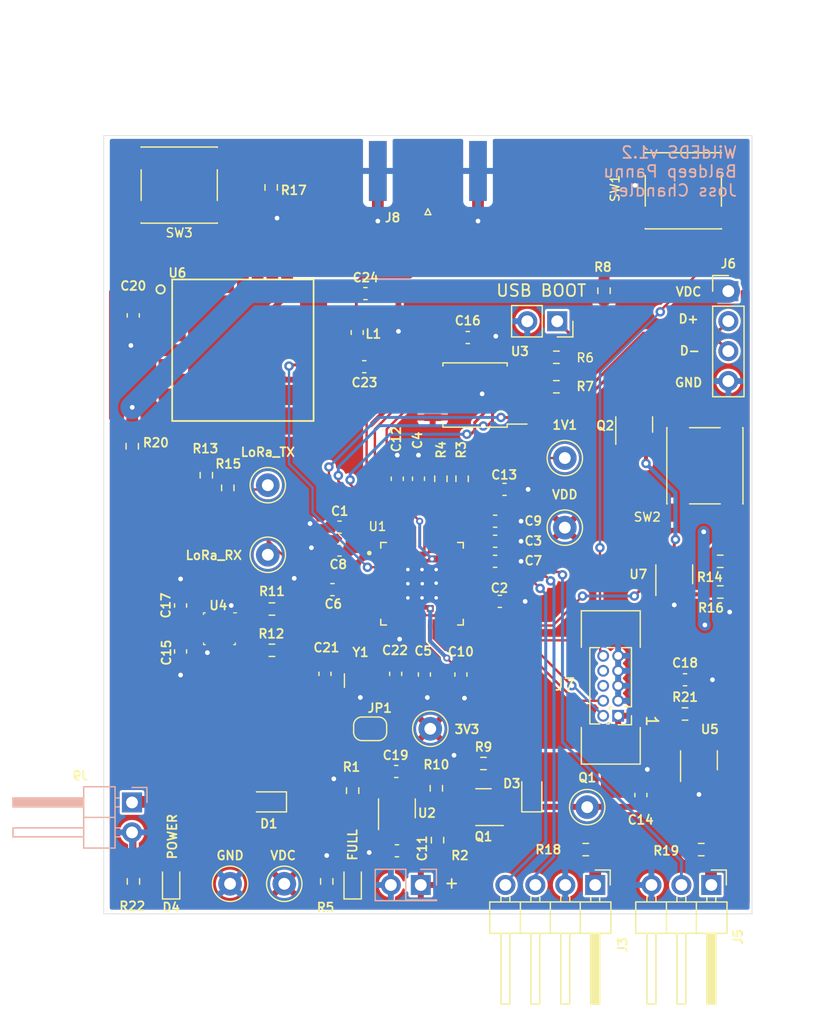
<source format=kicad_pcb>
(kicad_pcb (version 20211014) (generator pcbnew)
  (layers (0 "F.Cu" signal) (31 "B.Cu" signal) (34 "B.Paste" user) (35 "F.Paste" user) (36 "B.SilkS" user "B.Silkscreen") (37 "F.SilkS" user "F.Silkscreen") (38 "B.Mask" user) (39 "F.Mask" user) (44 "Edge.Cuts" user))
  (net 0 "")
  (net 1 "GND")
  (net 2 "+3V3")
  (net 3 "+BATT")
  (net 4 "Net-(C14-Pad1)")
  (net 5 "XIN")
  (net 6 "XOUT")
  (net 7 "Net-(C24-Pad1)")
  (net 8 "Net-(C23-Pad1)")
  (net 9 "VDC")
  (net 10 "SOIL_SIG")
  (net 11 "SCL_SOIL")
  (net 12 "SDA_SOIL")
  (net 13 "RESET")
  (net 14 "SWD_CLK")
  (net 15 "SWD_DIO")
  (net 16 "Net-(Q2-Pad2)")
  (net 18 "QSPI_CSN")
  (net 20 "SDA")
  (net 21 "SCL")
  (net 22 "LORA_TX")
  (net 23 "LORA_RX")
  (net 24 "Net-(D2-Pad1)")
  (net 25 "QSPI_SD1")
  (net 26 "QSPI_SD2")
  (net 27 "QSPI_SD0")
  (net 28 "QSPI_CLK")
  (net 29 "QSPI_SD3")
  (net 30 "DONE")
  (net 31 "VDD")
  (net 32 "Net-(R1-Pad2)")
  (net 33 "+1V1")
  (net 34 "/~{USB_BOOT}")
  (net 35 "USB_DP")
  (net 49 "Net-(J3-Pad1)")
  (net 78 "/D-")
  (net 79 "/D+")
  (net 80 "USB_DN")
  (net 81 "Net-(R17-Pad2)")
  (net 82 "Net-(R15-Pad1)")
  (net 83 "Net-(R14-Pad2)")
  (net 84 "Net-(J5-Pad1)")
  (net 85 "Net-(J6-Pad1)")
  (net 86 "Net-(U2-Pad3)")
  (net 87 "Net-(U2-Pad4)")
  (net 88 "Net-(U5-Pad5)")
  (net 89 "NRST")
  (net 90 "Net-(J9-Pad1)")
  (net 91 "Net-(U2-Pad1)")
  (net 92 "Net-(D4-Pad1)")
  (net 93 "Net-(U6-Pad9)")
  (net 94 "Net-(U6-Pad24)")
  (footprint "Capacitor_SMD:C_0603_1608Metric" (layer "F.Cu") (at 139.83 101.255 180)
    (fp_text reference "C1")
    (fp_text value "1uF")
  )
  (footprint "Capacitor_SMD:C_0603_1608Metric" (layer "F.Cu") (at 153.43 107.555)
    (fp_text reference "C2")
    (fp_text value "100nF")
  )
  (footprint "Capacitor_SMD:C_0603_1608Metric" (layer "F.Cu") (at 153.03 102.455)
    (fp_text reference "C3")
    (fp_text value "100nF")
  )
  (footprint "Capacitor_SMD:C_0603_1608Metric" (layer "F.Cu") (at 146.53 97.155 90)
    (fp_text reference "C4")
    (fp_text value "100nF")
  )
  (footprint "Capacitor_SMD:C_0603_1608Metric" (layer "F.Cu") (at 147.03 113.755 -90)
    (fp_text reference "C5")
    (fp_text value "100nF")
  )
  (footprint "Capacitor_SMD:C_0603_1608Metric" (layer "F.Cu") (at 139.23 106.555 180)
    (fp_text reference "C6")
    (fp_text value "100nF")
  )
  (footprint "Capacitor_SMD:C_0603_1608Metric" (layer "F.Cu") (at 153.03 104.155)
    (fp_text reference "C7")
    (fp_text value "100nF")
  )
  (footprint "Capacitor_SMD:C_0603_1608Metric" (layer "F.Cu") (at 139.825 103.2 180)
    (fp_text reference "C8")
    (fp_text value "100nF")
  )
  (footprint "Capacitor_SMD:C_0603_1608Metric" (layer "F.Cu") (at 144.7 128.7 180)
    (fp_text reference "C11")
    (fp_text value "4.7uF")
  )
  (footprint "Capacitor_SMD:C_0603_1608Metric" (layer "F.Cu") (at 150.13 113.755 -90)
    (fp_text reference "C10")
    (fp_text value "100nF")
  )
  (footprint "Capacitor_SMD:C_0603_1608Metric" (layer "F.Cu") (at 144.73 97.155 90)
    (fp_text reference "C12")
    (fp_text value "100nF")
  )
  (footprint "Capacitor_SMD:C_0603_1608Metric" (layer "F.Cu") (at 153.83 98.055)
    (fp_text reference "C13")
    (fp_text value "1uF")
  )
  (footprint "Capacitor_SMD:C_0603_1608Metric" (layer "F.Cu") (at 165.4 123.975 90)
    (fp_text reference "C14")
    (fp_text value "1uF")
  )
  (footprint "Capacitor_SMD:C_0603_1608Metric" (layer "F.Cu") (at 126.345 111.8 -90)
    (fp_text reference "C15")
    (fp_text value "100nF")
  )
  (footprint "Capacitor_SMD:C_0603_1608Metric" (layer "F.Cu") (at 150.71 85.18)
    (fp_text reference "C16")
    (fp_text value "100nF")
  )
  (footprint "Capacitor_SMD:C_0603_1608Metric" (layer "F.Cu") (at 126.345 107.9 90)
    (fp_text reference "C17")
    (fp_text value "100nF")
  )
  (footprint "Capacitor_SMD:C_0603_1608Metric" (layer "F.Cu") (at 169.145 114.2)
    (fp_text reference "C18")
    (fp_text value "1uF")
  )
  (footprint "Capacitor_SMD:C_0603_1608Metric" (layer "F.Cu") (at 122.33 83.305 -90)
    (fp_text reference "C20")
    (fp_text value "4.7uF")
  )
  (footprint "Capacitor_SMD:C_0603_1608Metric" (layer "F.Cu") (at 138.595 113.7 90)
    (fp_text reference "C21")
    (fp_text value "8pF")
  )
  (footprint "Capacitor_SMD:C_0603_1608Metric" (layer "F.Cu") (at 144.595 113.7 90)
    (fp_text reference "C22")
    (fp_text value "8pF")
  )
  (footprint "Capacitor_SMD:C_0603_1608Metric" (layer "F.Cu") (at 141.93 87.655)
    (fp_text reference "C23")
    (fp_text value "DNP")
  )
  (footprint "Capacitor_SMD:C_0603_1608Metric" (layer "F.Cu") (at 142.03 81.455)
    (fp_text reference "C24")
    (fp_text value "DNP")
  )
  (footprint "Diode_SMD:D_SOD-323" (layer "F.Cu") (at 133.83 124.555 180)
    (fp_text reference "D1")
    (fp_text value "D_Schottky")
  )
  (footprint "LED_SMD:LED_0603_1608Metric" (layer "F.Cu") (at 140.945 131.3 90)
    (fp_text reference "D2" hide)
    (fp_text value "LED")
  )
  (footprint "Diode_SMD:D_SOD-323" (layer "F.Cu") (at 156.145 123.9 90)
    (fp_text reference "D3")
    (fp_text value "D_Schottky")
  )
  (footprint "Connector_PinHeader_2.54mm:PinHeader_1x03_P2.54mm_Horizontal" (layer "F.Cu") (at 171.375 131.6 -90)
    (fp_text reference "J5")
    (fp_text value "Analog Soil Header")
  )
  (footprint "Connector_PinHeader_2.54mm:PinHeader_1x04_P2.54mm_Horizontal" (layer "F.Cu") (at 161.525 131.6 -90)
    (fp_text reference "J3")
    (fp_text value "I2C Soil Header")
  )
  (footprint "Connector_PinHeader_1.27mm:PinHeader_2x05_P1.27mm_Vertical" (layer "F.Cu") (at 163.47 117.25 180)
    (fp_text reference "J7")
    (fp_text value "SWD Header")
  )
  (footprint "Inductor_SMD:L_0603_1608Metric" (layer "F.Cu") (at 141.33 84.755 90)
    (fp_text reference "L1")
    (fp_text value "0H")
  )
  (footprint "Package_TO_SOT_SMD:SOT-23" (layer "F.Cu") (at 152.045 125 180)
    (fp_text reference "Q1")
    (fp_text value "Q_PMOS_DGS")
  )
  (footprint "Package_TO_SOT_SMD:SOT-23" (layer "F.Cu") (at 164.83 92.555 90)
    (fp_text reference "Q2")
    (fp_text value "Q_PMOS_DGS")
  )
  (footprint "Resistor_SMD:R_0603_1608Metric" (layer "F.Cu") (at 140.945 123.6 -90)
    (fp_text reference "R1")
    (fp_text value "2k")
  )
  (footprint "Resistor_SMD:R_0603_1608Metric" (layer "F.Cu") (at 158.23 89.355)
    (fp_text reference "R7")
    (fp_text value "10k")
  )
  (footprint "Resistor_SMD:R_0603_1608Metric" (layer "F.Cu") (at 162.27 81.21 90)
    (fp_text reference "R8")
    (fp_text value "10k")
  )
  (footprint "Resistor_SMD:R_0603_1608Metric" (layer "F.Cu") (at 152.045 121.3 180)
    (fp_text reference "R9")
    (fp_text value "10k")
  )
  (footprint "Resistor_SMD:R_0603_1608Metric" (layer "F.Cu") (at 134.095 108.2)
    (fp_text reference "R11")
    (fp_text value "4.7k")
  )
  (footprint "Resistor_SMD:R_0603_1608Metric" (layer "F.Cu") (at 134.095 111.7)
    (fp_text reference "R12")
    (fp_text value "4.7k")
  )
  (footprint "Resistor_SMD:R_0603_1608Metric" (layer "F.Cu") (at 128.53 96.855 -90)
    (fp_text reference "R13")
    (fp_text value "22")
  )
  (footprint "Resistor_SMD:R_0603_1608Metric" (layer "F.Cu") (at 172.13 104.155 180)
    (fp_text reference "R14")
    (fp_text value "221k")
  )
  (footprint "Resistor_SMD:R_0603_1608Metric" (layer "F.Cu") (at 130.35 97.925 -90)
    (fp_text reference "R15")
    (fp_text value "22")
  )
  (footprint "Resistor_SMD:R_0603_1608Metric" (layer "F.Cu") (at 172.13 106.755 180)
    (fp_text reference "R16")
    (fp_text value "287k")
  )
  (footprint "Resistor_SMD:R_0603_1608Metric" (layer "F.Cu") (at 134.03 72.455 90)
    (fp_text reference "R17")
    (fp_text value "470")
  )
  (footprint "Button_Switch_SMD:SW_Push_1P1T_NO_6x6mm_H9.5mm" (layer "F.Cu") (at 169 72.74 180)
    (fp_text reference "SW1")
    (fp_text value "SW_Push")
  )
  (footprint "Button_Switch_SMD:SW_Push_1P1T_NO_6x6mm_H9.5mm" (layer "F.Cu") (at 170.83 96.055 -90)
    (fp_text reference "SW2")
    (fp_text value "SW_Push")
  )
  (footprint "Button_Switch_SMD:SW_Push_1P1T_NO_6x6mm_H9.5mm" (layer "F.Cu") (at 126.23 72.255 180)
    (fp_text reference "SW3")
    (fp_text value "SW_Push")
  )
  (footprint "54-00125:QFN40P700X700X90-57N" (layer "F.Cu") (at 146.83 106.055)
    (fp_text reference "U1")
    (fp_text value "RP2040")
  )
  (footprint "Package_TO_SOT_SMD:SOT-23-5" (layer "F.Cu") (at 144.7 125.1 90)
    (fp_text reference "U2")
    (fp_text value "MCP73831-2-OT")
  )
  (footprint "Package_SO:SOIC-8_5.23x5.23mm_P1.27mm" (layer "F.Cu") (at 151.33 90.055 180)
    (fp_text reference "U3")
    (fp_text value "W25Q128JVS")
  )
  (footprint "Package_LGA:Bosch_LGA-8_2.5x2.5mm_P0.65mm_ClockwisePinNumbering" (layer "F.Cu") (at 129.645 109.875 -90)
    (fp_text reference "U4")
    (fp_text value "BME280")
  )
  (footprint "LoRa-E5:LoRa-E5" (layer "F.Cu") (at 131.63 86.255)
    (fp_text reference "U6")
    (fp_text value "LoRa-E5")
  )
  (footprint "Package_TO_SOT_SMD:SOT-23-6" (layer "F.Cu") (at 168.23 105.255 90)
    (fp_text reference "U7")
    (fp_text value "TPL5110")
  )
  (footprint "Oscillator:Oscillator_SMD_Abracon_ASDMB-4Pin_2.5x2.0mm" (layer "F.Cu") (at 141.595 113.7)
    (fp_text reference "Y1")
    (fp_text value "Crystal_GND24")
  )
  (footprint "54-00125:SMA_Amphenol_132289_EdgeMount_new" (layer "F.Cu") (at 147.33 71.055 90)
    (fp_text reference "J8")
    (fp_text value "SMA-Conn")
  )
  (footprint "Jumper:SolderJumper-2_P1.3mm_Open_RoundedPad1.0x1.5mm" (layer "F.Cu") (at 142.43 118.355 180)
    (fp_text reference "JP1")
    (fp_text value "Power Isolation")
  )
  (footprint "TestPoint:TestPoint_Loop_D1.80mm_Drill1.0mm_Beaded" (layer "F.Cu") (at 135.145 131.5)
    (fp_text reference "TP3" hide)
    (fp_text value "VDC")
  )
  (footprint "TestPoint:TestPoint_Loop_D1.80mm_Drill1.0mm_Beaded" (layer "F.Cu") (at 147.53 118.355)
    (fp_text reference "TP1" hide)
    (fp_text value "3V3")
  )
  (footprint "TestPoint:TestPoint_Loop_D1.80mm_Drill1.0mm_Beaded" (layer "F.Cu") (at 133.745 97.7)
    (fp_text reference "TP6" hide)
    (fp_text value "LoRa_TX")
  )
  (footprint "TestPoint:TestPoint_Loop_D1.80mm_Drill1.0mm_Beaded" (layer "F.Cu") (at 133.745 103.6)
    (fp_text reference "TP7" hide)
    (fp_text value "LoRa_RX")
  )
  (footprint "Capacitor_SMD:C_0603_1608Metric" (layer "F.Cu") (at 144.645 121.975 180)
    (fp_text reference "C19")
    (fp_text value "4.7uF")
  )
  (footprint "Resistor_SMD:R_0603_1608Metric" (layer "F.Cu") (at 122.345 131.3 90)
    (fp_text reference "R22")
    (fp_text value "470")
  )
  (footprint "Resistor_SMD:R_0603_1608Metric" (layer "F.Cu") (at 169.145 117.1)
    (fp_text reference "R21")
    (fp_text value "0")
  )
  (footprint "TestPoint:TestPoint_Loop_D1.80mm_Drill1.0mm_Beaded" (layer "F.Cu") (at 160.845 125)
    (fp_text reference "TP8" hide)
    (fp_text value "Q1")
  )
  (footprint "TestPoint:TestPoint_Loop_D1.80mm_Drill1.0mm_Beaded" (layer "F.Cu") (at 158.945 101.3)
    (fp_text reference "TP2" hide)
    (fp_text value "VDD")
  )
  (footprint "Connector_PinHeader_2.54mm:PinHeader_1x04_P2.54mm_Vertical" (layer "F.Cu") (at 172.82 81.25)
    (fp_text reference "J6")
    (fp_text value "USB Header")
  )
  (footprint "Resistor_SMD:R_0603_1608Metric" (layer "F.Cu") (at 138.745 131.3 90)
    (fp_text reference "R5")
    (fp_text value "470")
  )
  (footprint "Resistor_SMD:R_0603_1608Metric" (layer "F.Cu") (at 150.23 97.155 90)
    (fp_text reference "R3")
    (fp_text value "27.4")
  )
  (footprint "Package_TO_SOT_SMD:SOT-23-5" (layer "F.Cu") (at 170.325 121.025 90)
    (fp_text reference "U5")
    (fp_text value "XC6210B332MR")
  )
  (footprint "Capacitor_SMD:C_0603_1608Metric" (layer "F.Cu") (at 153.03 100.755 180)
    (fp_text reference "C9")
    (fp_text value "1uF")
  )
  (footprint "LED_SMD:LED_0603_1608Metric" (layer "F.Cu") (at 125.545 131.3 90)
    (fp_text reference "D4")
    (fp_text value "LED")
  )
  (footprint "Resistor_SMD:R_0603_1608Metric" (layer "F.Cu") (at 122.245 94.4 90)
    (fp_text reference "R20")
    (fp_text value "0")
  )
  (footprint "TestPoint:TestPoint_Loop_D1.80mm_Drill1.0mm_Beaded" (layer "F.Cu") (at 130.545 131.5)
    (fp_text reference "TP4" hide)
    (fp_text value "GND")
  )
  (footprint "Resistor_SMD:R_0603_1608Metric" (layer "F.Cu") (at 158.23 86.855)
    (fp_text reference "R6")
    (fp_text value "1k")
  )
  (footprint "Resistor_SMD:R_0603_1608Metric" (layer "F.Cu") (at 160.72 128.6)
    (fp_text reference "R18")
    (fp_text value "0")
  )
  (footprint "Resistor_SMD:R_0603_1608Metric" (layer "F.Cu") (at 148.43 97.155 90)
    (fp_text reference "R4")
    (fp_text value "27.4")
  )
  (footprint "Resistor_SMD:R_0603_1608Metric" (layer "F.Cu") (at 170.52 128.6)
    (fp_text reference "R19")
    (fp_text value "0")
  )
  (footprint "Resistor_SMD:R_0603_1608Metric" (layer "F.Cu") (at 148.045 123.4 -90)
    (fp_text reference "R10")
    (fp_text value "0")
  )
  (footprint "TestPoint:TestPoint_Loop_D1.80mm_Drill1.0mm_Beaded" (layer "F.Cu") (at 158.945 95.4)
    (fp_text reference "TP5" hide)
    (fp_text value "1V1")
  )
  (footprint "Connector_PinSocket_2.54mm:PinSocket_1x02_P2.54mm_Vertical" (layer "F.Cu") (at 158.3 83.8 -90)
    (fp_text reference "J2" hide)
    (fp_text value "USB BOOT")
  )
  (footprint "Resistor_SMD:R_0603_1608Metric" (layer "F.Cu") (at 148.145 127.8 90)
    (fp_text reference "R2")
    (fp_text value "0")
  )
  (footprint "Connector_PinHeader_2.54mm:PinHeader_2x01_P2.54mm_Vertical" (layer "B.Cu") (at 146.725 131.6 180)
    (fp_text reference "J4" hide)
    (fp_text value "LiPo Batt")
  )
  (footprint "Connector_PinHeader_2.54mm:PinHeader_1x02_P2.54mm_Horizontal" (layer "B.Cu") (at 122.225 124.6 180)
    (fp_text reference "J9")
    (fp_text value "Solar Panel Input")
  )
  (gr_line (start 165.345 121.35) (end 165.345 118.25) (layer "F.SilkS") (width 0.12))
  (gr_line (start 165.345 108.35) (end 160.345 108.35) (layer "F.SilkS") (width 0.12))
  (gr_line (start 160.345 118.25) (end 160.345 121.35) (layer "F.SilkS") (width 0.12))
  (gr_line (start 160.345 121.35) (end 165.345 121.35) (layer "F.SilkS") (width 0.12))
  (gr_line (start 165.345 111.45) (end 165.345 108.35) (layer "F.SilkS") (width 0.12))
  (gr_line (start 160.345 108.35) (end 160.345 111.45) (layer "F.SilkS") (width 0.12))
  (gr_line (start 119.83 134.055) (end 119.83 68.055) (layer "Edge.Cuts") (width 0.05))
  (gr_line (start 174.83 134.055) (end 119.83 134.055) (layer "Edge.Cuts") (width 0.05))
  (gr_line (start 119.83 68.055) (end 174.83 68.055) (layer "Edge.Cuts") (width 0.05))
  (gr_line (start 174.83 68.055) (end 174.83 134.055) (layer "Edge.Cuts") (width 0.05))
  (gr_text "WildEDS v1.2\nBaldeep Pannu\nJoss Chandler" (at 173.645 71.1) (layer "B.SilkS") (effects (font (size 1 1)) (justify left mirror)))
  (gr_text "D-" (at 169.545 86.3) (layer "F.SilkS") (effects (font (size 0.75 0.75))))
  (gr_text "VDC" (at 169.445 81.3) (layer "F.SilkS") (effects (font (size 0.75 0.75))))
  (gr_text "+" (at 149.345 131.4) (layer "F.SilkS") (effects (font (size 1 1))))
  (gr_text "POWER" (at 125.645 127.5 90) (layer "F.SilkS") (effects (font (size 0.75 0.75))))
  (gr_text "D+" (at 169.445 83.6) (layer "F.SilkS") (effects (font (size 0.75 0.75))))
  (gr_text "1" (at 166.345 117.7 270) (layer "F.SilkS") (effects (font (size 1 1))))
  (gr_text "FULL" (at 140.945 128.2 90) (layer "F.SilkS") (effects (font (size 0.75 0.75))))
  (gr_text "GND" (at 169.445 89) (layer "F.SilkS") (effects (font (size 0.75 0.75))))
  (segment (start 137.63 101.255) (end 137.33 100.955) (width 0.508) (layer "F.Cu") (net 1))
  (segment (start 135.38 81.554022) (end 135.38 80.255) (width 0.5) (layer "F.Cu") (net 1))
  (segment (start 144.7 127.925) (end 143.925 128.7) (width 0.508) (layer "F.Cu") (net 1))
  (segment (start 144.83 82.055) (end 144.23 81.455) (width 0.5) (layer "F.Cu") (net 1))
  (segment (start 144.7 126.2375) (end 144.7 127.925) (width 0.508) (layer "F.Cu") (net 1))
  (segment (start 168.23 106.555) (end 168.23 107.855) (width 0.5) (layer "F.Cu") (net 1))
  (segment (start 134.245 87.8) (end 134.245 82.689022) (width 0.5) (layer "F.Cu") (net 1))
  (segment (start 136.940756 106.555) (end 138.455 106.555) (width 0.5) (layer "F.Cu") (net 1))
  (segment (start 152.98 85.18) (end 153.09 85.07) (width 0.5) (layer "F.Cu") (net 1))
  (segment (start 130.07 108.9) (end 129.42 109.55) (width 0.35) (layer "F.Cu") (net 1))
  (segment (start 150.13 114.53) (end 150.13 115.455) (width 0.2) (layer "F.Cu") (net 1))
  (segment (start 130.67 108.9) (end 130.07 108.9) (width 0.35) (layer "F.Cu") (net 1))
  (segment (start 150.13 115.455) (end 150.43 115.755) (width 0.2) (layer "F.Cu") (net 1))
  (segment (start 153.73 88.155) (end 154.935 88.155) (width 0.5) (layer "F.Cu") (net 1))
  (segment (start 171.47 114.2) (end 170.02 114.2) (width 0.5) (layer "F.Cu") (net 1))
  (segment (start 135.985378 105.599622) (end 136.940756 106.555) (width 0.5) (layer "F.Cu") (net 1))
  (segment (start 145.83 110.021869) (end 145.83 109.49) (width 0.2) (layer "F.Cu") (net 1))
  (segment (start 144.73 95.155) (end 144.73 96.33) (width 0.35) (layer "F.Cu") (net 1))
  (segment (start 137.63 101.255) (end 139.055 101.255) (width 0.508) (layer "F.Cu") (net 1))
  (segment (start 172.955 106.755) (end 172.955 108.43) (width 0.35) (layer "F.Cu") (net 1))
  (segment (start 126.345 112.575) (end 126.345 113.8) (width 0.35) (layer "F.Cu") (net 1))
  (segment (start 134.53 75.055) (end 134.03 74.555) (width 0.5) (layer "F.Cu") (net 1))
  (segment (start 134.03 74.555) (end 134.03 73.28) (width 0.5) (layer "F.Cu") (net 1))
  (segment (start 143.795 121.9) (end 141.82 121.9) (width 0.508) (layer "F.Cu") (net 1))
  (segment (start 134.245 82.689022) (end 135.38 81.554022) (width 0.5) (layer "F.Cu") (net 1))
  (segment (start 140.87 112.925) (end 142.42 114.475) (width 0.35) (layer "F.Cu") (net 1))
  (segment (start 143.08 71.055) (end 143.08 75.305) (width 1) (layer "F.Cu") (net 1))
  (segment (start 151.93 89.955) (end 153.73 88.155) (width 0.5) (layer "F.Cu") (net 1))
  (segment (start 126.345 107.05) (end 126.345 105.9) (width 0.35) (layer "F.Cu") (net 1))
  (segment (start 147.03 115.455) (end 147.28 115.705) (width 0.25) (layer "F.Cu") (net 1))
  (segment (start 155.23 104.155) (end 153.805 104.155) (width 0.5) (layer "F.Cu") (net 1))
  (segment (start 144.83 84.655) (end 144.83 82.055) (width 0.5) (layer "F.Cu") (net 1))
  (segment (start 150.245 121.3) (end 149.545 120.6) (width 0.508) (layer "F.Cu") (net 1))
  (segment (start 172.955 106.755) (end 172.955 104.155) (width 0.35) (layer "F.Cu") (net 1))
  (segment (start 141.82 121.9) (end 140.945 122.775) (width 0.508) (layer "F.Cu") (net 1))
  (segment (start 137.63 88.755) (end 135.2 88.755) (width 0.5) (layer "F.Cu") (net 1))
  (segment (start 170.325 122.575) (end 170.325 123.925) (width 0.5) (layer "F.Cu") (net 1))
  (segment (start 122.345 127.26) (end 122.225 127.14) (width 0.508) (layer "F.Cu") (net 1))
  (segment (start 122.33 85.655) (end 122.13 85.855) (width 0.5) (layer "F.Cu") (net 1))
  (segment (start 165.4 122.345) (end 165.945 121.8) (width 0.25) (layer "F.Cu") (net 1))
  (segment (start 130.67 107.925) (end 130.645 107.9) (width 0.35) (layer "F.Cu") (net 1))
  (segment (start 143.87 121.975) (end 143.795 121.9) (width 0.508) (layer "F.Cu") (net 1))
  (segment (start 144.93 110.755) (end 145.096869 110.755) (width 0.2) (layer "F.Cu") (net 1))
  (segment (start 140.945 122.775) (end 139.52 122.775) (width 0.508) (layer "F.Cu") (net 1))
  (segment (start 142.42 114.475) (end 142.42 114.875) (width 0.35) (layer "F.Cu") (net 1))
  (segment (start 151.22 121.3) (end 150.245 121.3) (width 0.508) (layer "F.Cu") (net 1))
  (segment (start 135.38 75.905) (end 135.38 80.255) (width 0.5) (layer "F.Cu") (net 1))
  (segment (start 134.53 75.055) (end 135.38 75.905) (width 0.5) (layer "F.Cu") (net 1))
  (segment (start 125.63 83.755) (end 122.655 83.755) (width 0.5) (layer "F.Cu") (net 1))
  (segment (start 145.096869 110.755) (end 145.83 110.021869) (width 0.2) (layer "F.Cu") (net 1))
  (segment (start 144.23 81.455) (end 142.805 81.455) (width 0.5) (layer "F.Cu") (net 1))
  (segment (start 151.485 85.18) (end 152.98 85.18) (width 0.5) (layer "F.Cu") (net 1))
  (segment (start 140.77 112.925) (end 140.87 112.925) (width 0.35) (layer "F.Cu") (net 1))
  (segment (start 147.03 114.53) (end 147.03 115.455) (width 0.25) (layer "F.Cu") (net 1))
  (segment (start 155.23 102.455) (end 153.805 102.455) (width 0.5) (layer "F.Cu") (net 1))
  (segment (start 164.9 70.615) (end 164.9 72.28) (width 0.5) (layer "F.Cu") (net 1))
  (segment (start 137.645 103.2) (end 137.445 103) (width 0.5) (layer "F.Cu") (net 1))
  (segment (start 142.42 114.875) (end 141.595 115.7) (width 0.35) (layer "F.Cu") (net 1))
  (segment (start 143.63 87.655) (end 142.705 87.655) (width 0.5) (layer "F.Cu") (net 1))
  (segment (start 146.53 95.155) (end 146.53 96.38) (width 0.35) (layer "F.Cu") (net 1))
  (segment (start 143.925 128.7) (end 142.494532 128.7) (width 0.5) (layer "F.Cu") (net 1))
  (segment (start 135.2 88.755) (end 134.245 87.8) (width 0.5) (layer "F.Cu") (net 1))
  (segment (start 129.42 109.55) (end 128.62 109.55) (width 0.35) (layer "F.Cu") (net 1))
  (segment (start 154.605 98.055) (end 155.83 98.055) (width 0.5) (layer "F.Cu") (net 1))
  (segment (start 165.4 123.2) (end 165.4 122.345) (width 0.25) (layer "F.Cu") (net 1))
  (segment (start 142.42 114.475) (end 144.595 114.475) (width 0.35) (layer "F.Cu") (net 1))
  (segment (start 154.205 107.555) (end 155.58 107.555) (width 0.2) (layer "F.Cu") (net 1))
  (segment (start 122.345 130.475) (end 122.345 127.26) (width 0.508) (layer "F.Cu") (net 1))
  (segment (start 165.025 70.49) (end 164.9 70.615) (width 0.5) (layer "F.Cu") (net 1))
  (segment (start 140.77 112.925) (end 138.595 112.925) (width 0.35) (layer "F.Cu") (net 1))
  (segment (start 130.67 108.9) (end 130.67 107.925) (width 0.35) (layer "F.Cu") (net 1))
  (segment (start 128.62 110.85) (end 128.62 111.9) (width 0.35) (layer "F.Cu") (net 1))
  (segment (start 153.805 100.755) (end 155.23 100.755) (width 0.508) (layer "F.Cu") (net 1))
  (segment (start 138.745 130.475) (end 138.745 129.1) (width 0.508) (layer "F.Cu") (net 1))
  (segment (start 144.83 86.455) (end 143.63 87.655) (width 0.5) (layer "F.Cu") (net 1))
  (segment (start 172.955 108.43) (end 172.93 108.455) (width 0.35) (layer "F.Cu") (net 1))
  (segment (start 172.975 70.49) (end 165.025 70.49) (width 0.5) (layer "F.Cu") (net 1))
  (segment (start 142.494532 128.7) (end 142.347266 128.847266) (width 0.5) (layer "F.Cu") (net 1))
  (segment (start 122.33 84.08) (end 122.33 85.655) (width 0.5) (layer "F.Cu") (net 1))
  (segment (start 122.655 83.755) (end 122.33 84.08) (width 0.5) (layer "F.Cu") (net 1))
  (segment (start 144.83 84.655) (end 144.83 86.455) (width 0.5) (layer "F.Cu") (net 1))
  (segment (start 139.05 103.2) (end 137.645 103.2) (width 0.5) (layer "F.Cu") (net 1))
  (segment (start 151.58 71.055) (end 151.58 75.305) (width 1) (layer "F.Cu") (net 1))
  (segment (start 139.52 122.775) (end 139.345 122.6) (width 0.508) (layer "F.Cu") (net 1))
  (via (at 143.08 75.305) (size 0.8) (drill 0.4) (layers "F.Cu" "B.Cu") (net 1))
  (via (at 146.8525 106.055) (size 0.6) (drill 0.3) (layers "F.Cu" "B.Cu") (net 1))
  (via (at 148.03 107.255) (size 0.6) (drill 0.3) (layers "F.Cu" "B.Cu") (net 1))
  (via (at 130.645 107.9) (size 0.8) (drill 0.4) (layers "F.Cu" "B.Cu") (net 1))
  (via (at 155.23 100.755) (size 0.8) (drill 0.4) (layers "F.Cu" "B.Cu") (net 1))
  (via (at 144.83 84.655) (size 0.8) (drill 0.4) (layers "F.Cu" "B.Cu") (net 1))
  (via (at 139.345 122.6) (size 0.8) (drill 0.4) (layers "F.Cu" "B.Cu") (net 1))
  (via (at 148.03 106.005) (size 0.6) (drill 0.3) (layers "F.Cu" "B.Cu") (net 1))
  (via (at 126.345 105.65) (size 0.8) (drill 0.4) (layers "F.Cu" "B.Cu") (net 1))
  (via (at 149.545 120.6) (size 0.8) (drill 0.4) (layers "F.Cu" "B.Cu") (net 1))
  (via (at 145.63 104.855) (size 0.6) (drill 0.3) (layers "F.Cu" "B.Cu") (net 1))
  (via (at 146.83 104.855) (size 0.6) (drill 0.3) (layers "F.Cu" "B.Cu") (net 1))
  (via (at 144.93 110.755) (size 0.8) (drill 0.4) (layers "F.Cu" "B.Cu") (net 1))
  (via (at 170.325 123.925) (size 0.8) (drill 0.4) (layers "F.Cu" "B.Cu") (net 1))
  (via (at 155.58 107.555) (size 0.8) (drill 0.4) (layers "F.Cu" "B.Cu") (net 1))
  (via (at 155.23 104.155) (size 0.8) (drill 0.4) (layers "F.Cu" "B.Cu") (net 1))
  (via (at 137.445 103) (size 0.8) (drill 0.4) (layers "F.Cu" "B.Cu") (net 1))
  (via (at 145.63 106.055) (size 0.6) (drill 0.3) (layers "F.Cu" "B.Cu") (net 1))
  (via (at 138.745 129.1) (size 0.8) (drill 0.4) (layers "F.Cu" "B.Cu") (net 1))
  (via (at 172.93 108.455) (size 0.8) (drill 0.4) (layers "F.Cu" "B.Cu") (net 1))
  (via (at 164.9 72.28) (size 0.8) (drill 0.4) (layers "F.Cu" "B.Cu") (net 1))
  (via (at 151.58 75.305) (size 0.8) (drill 0.4) (layers "F.Cu" "B.Cu") (net 1))
  (via (at 151.93 89.955) (size 0.8) (drill 0.4) (layers "F.Cu" "B.Cu") (net 1))
  (via (at 168.23 107.855) (size 0.8) (drill 0.4) (layers "F.Cu" "B.Cu") (net 1))
  (via (at 165.945 121.8) (size 0.8) (drill 0.4) (layers "F.Cu" "B.Cu") (net 1))
  (via (at 141.595 115.7) (size 0.8) (drill 0.4) (layers "F.Cu" "B.Cu") (net 1))
  (via (at 155.23 102.455) (size 0.8) (drill 0.4) (layers "F.Cu" "B.Cu") (net 1))
  (via (at 135.985378 105.599622) (size 0.8) (drill 0.4) (layers "F.Cu" "B.Cu") (net 1))
  (via (at 134.53 75.055) (size 0.8) (drill 0.4) (layers "F.Cu" "B.Cu") (net 1))
  (via (at 147.28 115.705) (size 0.8) (drill 0.4) (layers "F.Cu" "B.Cu") (net 1))
  (via (at 126.345 113.8) (size 0.8) (drill 0.4) (layers "F.Cu" "B.Cu") (net 1))
  (via (at 155.83 98.055) (size 0.8) (drill 0.4) (layers "F.Cu" "B.Cu") (net 1))
  (via (at 153.09 85.07) (size 0.8) (drill 0.4) (layers "F.Cu" "B.Cu") (net 1))
  (via (at 137.33 100.955) (size 0.8) (drill 0.4) (layers "F.Cu" "B.Cu") (net 1))
  (via (at 144.73 95.155) (size 0.8) (drill 0.4) (layers "F.Cu" "B.Cu") (net 1))
  (via (at 146.83 107.255) (size 0.6) (drill 0.3) (layers "F.Cu" "B.Cu") (net 1))
  (via (at 142.347266 128.847266) (size 0.8) (drill 0.4) (layers "F.Cu" "B.Cu") (net 1))
  (via (at 128.62 111.9) (size 0.8) (drill 0.4) (layers "F.Cu" "B.Cu") (net 1))
  (via (at 148.03 104.855) (size 0.6) (drill 0.3) (layers "F.Cu" "B.Cu") (net 1))
  (via (at 145.63 107.255) (size 0.6) (drill 0.3) (layers "F.Cu" "B.Cu") (net 1))
  (via (at 171.47 114.2) (size 0.8) (drill 0.4) (layers "F.Cu" "B.Cu") (net 1))
  (via (at 122.13 85.855) (size 0.8) (drill 0.4) (layers "F.Cu" "B.Cu") (net 1))
  (via (at 150.43 115.755) (size 0.8) (drill 0.4) (layers "F.Cu" "B.Cu") (net 1))
  (via (at 146.53 95.155) (size 0.8) (drill 0.4) (layers "F.Cu" "B.Cu") (net 1))
  (segment (start 147.63 118.455) (end 147.53 118.355) (width 0.508) (layer "F.Cu") (net 2))
  (segment (start 169.375 122.1625) (end 169.375 121.45) (width 0.5) (layer "F.Cu") (net 4))
  (segment (start 167.325 124.975) (end 169.375 122.925) (width 0.508) (layer "F.Cu") (net 4))
  (segment (start 171.275 121.475) (end 171.275 122.1625) (width 0.5) (layer "F.Cu") (net 4))
  (segment (start 170.85048 121.05048) (end 171.275 121.475) (width 0.5) (layer "F.Cu") (net 4))
  (segment (start 169.375 121.45) (end 169.77452 121.05048) (width 0.5) (layer "F.Cu") (net 4))
  (segment (start 169.77452 121.05048) (end 170.85048 121.05048) (width 0.5) (layer "F.Cu") (net 4))
  (segment (start 169.375 122.925) (end 169.375 122.1625) (width 0.508) (layer "F.Cu") (net 4))
  (segment (start 151.1075 125) (end 151.1325 124.975) (width 0.508) (layer "F.Cu") (net 4))
  (segment (start 151.1325 124.975) (end 167.325 124.975) (width 0.508) (layer "F.Cu") (net 4))
  (segment (start 146.23 109.49) (end 146.23 110.691002) (width 0.2) (layer "F.Cu") (net 5))
  (segment (start 137.595 112.454109) (end 137.595 113.95) (width 0.2) (layer "F.Cu") (net 5))
  (segment (start 138.12 114.475) (end 138.595 114.475) (width 0.2) (layer "F.Cu") (net 5))
  (segment (start 146.23 110.691002) (end 145.121002 111.8) (width 0.2) (layer "F.Cu") (net 5))
  (segment (start 140.77 114.475) (end 138.595 114.475) (width 0.25) (layer "F.Cu") (net 5))
  (segment (start 137.595 113.95) (end 138.12 114.475) (width 0.2) (layer "F.Cu") (net 5))
  (segment (start 145.121002 111.8) (end 138.249109 111.8) (width 0.2) (layer "F.Cu") (net 5))
  (segment (start 138.249109 111.8) (end 137.595 112.454109) (width 0.2) (layer "F.Cu") (net 5))
  (segment (start 146.63 109.49) (end 146.63 110.856701) (width 0.2) (layer "F.Cu") (net 6))
  (segment (start 142.42 112.925) (end 144.595 112.925) (width 0.35) (layer "F.Cu") (net 6))
  (segment (start 146.63 110.856701) (end 144.955 112.531701) (width 0.2) (layer "F.Cu") (net 6))
  (segment (start 141.255 80.53) (end 141.255 81.455) (width 0.25) (layer "F.Cu") (net 7))
  (segment (start 141.73 80.055) (end 141.255 80.53) (width 0.25) (layer "F.Cu") (net 7))
  (segment (start 145.83 80.03) (end 145.805 80.055) (width 0.25) (layer "F.Cu") (net 7))
  (segment (start 145.805 80.055) (end 141.73 80.055) (width 0.25) (layer "F.Cu") (net 7))
  (segment (start 145.855 80.03) (end 145.83 80.03) (width 0.25) (layer "F.Cu") (net 7))
  (segment (start 141.255 83.8925) (end 141.33 83.9675) (width 0.25) (layer "F.Cu") (net 7))
  (segment (start 141.255 81.455) (end 141.255 83.8925) (width 0.25) (layer "F.Cu") (net 7))
  (segment (start 147.33 78.555) (end 145.855 80.03) (width 0.25) (layer "F.Cu") (net 7))
  (segment (start 147.33 71.055) (end 147.33 78.555) (width 0.25) (layer "F.Cu") (net 7))
  (segment (start 141.155 88.73) (end 139.88 90.005) (width 0.25) (layer "F.Cu") (net 8))
  (segment (start 141.33 85.5425) (end 141.33 87.48) (width 0.25) (layer "F.Cu") (net 8))
  (segment (start 141.155 87.655) (end 141.155 88.73) (width 0.25) (layer "F.Cu") (net 8))
  (segment (start 141.33 87.48) (end 141.155 87.655) (width 0.25) (layer "F.Cu") (net 8))
  (segment (start 139.88 90.005) (end 137.63 90.005) (width 0.25) (layer "F.Cu") (net 8))
  (segment (start 158.505 105.055) (end 150.265 105.055) (width 0.2) (layer "F.Cu") (net 10))
  (segment (start 158.75 105.3) (end 158.505 105.055) (width 0.2) (layer "F.Cu") (net 10))
  (via (at 158.75 105.3) (size 0.8) (drill 0.4) (layers "F.Cu" "B.Cu") (net 10))
  (segment (start 158.75 105.3) (end 158.745 105.305) (width 0.25) (layer "B.Cu") (net 10))
  (segment (start 158.745 119.495) (end 168.835 129.585) (width 0.25) (layer "B.Cu") (net 10))
  (segment (start 158.745 105.305) (end 158.745 119.495) (width 0.25) (layer "B.Cu") (net 10))
  (segment (start 168.835 129.585) (end 168.835 131.6) (width 0.25) (layer "B.Cu") (net 10))
  (segment (start 157.380016 105.455) (end 150.265 105.455) (width 0.2) (layer "F.Cu") (net 11))
  (segment (start 157.737508 105.812492) (end 157.380016 105.455) (width 0.2) (layer "F.Cu") (net 11))
  (via (at 157.737508 105.812492) (size 0.8) (drill 0.4) (layers "F.Cu" "B.Cu") (net 11))
  (segment (start 158.025 106.099984) (end 158.025 129.195) (width 0.25) (layer "B.Cu") (net 11))
  (segment (start 157.737508 105.812492) (end 158.025 106.099984) (width 0.25) (layer "B.Cu") (net 11))
  (segment (start 156.445 130.775) (end 156.445 131.6) (width 0.25) (layer "B.Cu") (net 11))
  (segment (start 158.025 129.195) (end 156.445 130.775) (width 0.25) (layer "B.Cu") (net 11))
  (segment (start 156.255 105.855) (end 150.265 105.855) (width 0.2) (layer "F.Cu") (net 12))
  (segment (start 156.85 106.45) (end 156.255 105.855) (width 0.2) (layer "F.Cu") (net 12))
  (via (at 156.85 106.45) (size 0.8) (drill 0.4) (layers "F.Cu" "B.Cu") (net 12))
  (segment (start 157.325 127.965) (end 153.905 131.385) (width 0.25) (layer "B.Cu") (net 12))
  (segment (start 153.905 131.385) (end 153.905 131.6) (width 0.25) (layer "B.Cu") (net 12))
  (segment (start 156.85 106.45) (end 157.325 106.925) (width 0.25) (layer "B.Cu") (net 12))
  (segment (start 157.325 106.925) (end 157.325 127.965) (width 0.25) (layer "B.Cu") (net 12))
  (segment (start 170.3 79.66) (end 167.045 82.915) (width 0.2) (layer "F.Cu") (net 13))
  (segment (start 161.945 109.28) (end 161.945 111.915) (width 0.2) (layer "F.Cu") (net 13))
  (segment (start 148.63 109.49) (end 148.63 110.355) (width 0.2) (layer "F.Cu") (net 13))
  (segment (start 148.63 110.355) (end 149.13 110.855) (width 0.2) (layer "F.Cu") (net 13))
  (segment (start 161.925 109.26) (end 160.33 110.855) (width 0.2) (layer "F.Cu") (net 13))
  (segment (start 172.975 74.99) (end 165.025 74.99) (width 0.25) (layer "F.Cu") (net 13))
  (segment (start 161.945 111.915) (end 162.2 112.17) (width 0.2) (layer "F.Cu") (net 13))
  (segment (start 165.025 74.99) (end 165.025 77.63) (width 0.25) (layer "F.Cu") (net 13))
  (segment (start 149.13 110.855) (end 160.37 110.855) (width 0.2) (layer "F.Cu") (net 13))
  (segment (start 172.975 74.99) (end 172.975 76.985) (width 0.25) (layer "F.Cu") (net 13))
  (segment (start 167.045 82.915) (end 167.045 83) (width 0.2) (layer "F.Cu") (net 13))
  (segment (start 165.025 77.63) (end 162.27 80.385) (width 0.25) (layer "F.Cu") (net 13))
  (segment (start 172.975 76.985) (end 170.3 79.66) (width 0.25) (layer "F.Cu") (net 13))
  (segment (start 161.925 109.26) (end 161.945 109.28) (width 0.2) (layer "F.Cu") (net 13))
  (segment (start 161.925 103) (end 161.925 109.26) (width 0.2) (layer "F.Cu") (net 13))
  (via (at 161.925 103) (size 0.8) (drill 0.4) (layers "F.Cu" "B.Cu") (net 13))
  (via (at 167.045 83) (size 0.8) (drill 0.4) (layers "F.Cu" "B.Cu") (net 13))
  (segment (start 161.925 88.12) (end 167.045 83) (width 0.2) (layer "B.Cu") (net 13))
  (segment (start 161.925 103) (end 161.925 88.12) (width 0.2) (layer "B.Cu") (net 13))
  (segment (start 159.835755 115.98) (end 162.2 115.98) (width 0.2) (layer "F.Cu") (net 14))
  (segment (start 147.83 110.685012) (end 148.799028 111.65404) (width 0.2) (layer "F.Cu") (net 14))
  (segment (start 155.509795 111.65404) (end 159.835755 115.98) (width 0.2) (layer "F.Cu") (net 14))
  (segment (start 148.799028 111.65404) (end 155.509795 111.65404) (width 0.2) (layer "F.Cu") (net 14))
  (segment (start 147.83 109.49) (end 147.83 110.685012) (width 0.2) (layer "F.Cu") (net 14))
  (segment (start 156.09952 111.25452) (end 159.545 114.7) (width 0.2) (layer "F.Cu") (net 15))
  (segment (start 148.964514 111.25452) (end 156.09952 111.25452) (width 0.2) (layer "F.Cu") (net 15))
  (segment (start 148.23 110.520006) (end 148.964514 111.25452) (width 0.2) (layer "F.Cu") (net 15))
  (segment (start 148.23 109.49) (end 148.23 110.520006) (width 0.2) (layer "F.Cu") (net 15))
  (via (at 159.545 114.7) (size 0.8) (drill 0.4) (layers "F.Cu" "B.Cu") (net 15))
  (segment (start 162.2 117.25) (end 159.65 114.7) (width 0.2) (layer "B.Cu") (net 15))
  (segment (start 159.65 114.7) (end 159.545 114.7) (width 0.2) (layer "B.Cu") (net 15))
  (segment (start 168.23 102.405) (end 168.23 104.155) (width 0.25) (layer "F.Cu") (net 16))
  (segment (start 165.83 95.855) (end 165.83 93.605) (width 0.35) (layer "F.Cu") (net 16))
  (segment (start 165.83 93.605) (end 165.78 93.555) (width 0.35) (layer "F.Cu") (net 16))
  (segment (start 168.33 102.305) (end 168.23 102.405) (width 0.25) (layer "F.Cu") (net 16))
  (via (at 168.33 102.305) (size 0.8) (drill 0.4) (layers "F.Cu" "B.Cu") (net 16))
  (via (at 165.83 95.855) (size 0.8) (drill 0.4) (layers "F.Cu" "B.Cu") (net 16))
  (segment (start 168.33 98.355) (end 165.83 95.855) (width 0.35) (layer "B.Cu") (net 16))
  (segment (start 168.33 102.305) (end 168.33 98.355) (width 0.35) (layer "B.Cu") (net 16))
  (segment (start 153.535 91.96) (end 156.225 91.96) (width 0.25) (layer "F.Cu") (net 18))
  (segment (start 138.93 96.155) (end 138.93 97.265) (width 0.2) (layer "F.Cu") (net 18))
  (segment (start 156.225 91.96) (end 157.405 90.78) (width 0.25) (layer "F.Cu") (net 18))
  (segment (start 157.405 90.78) (end 157.405 89.355) (width 0.25) (layer "F.Cu") (net 18))
  (segment (start 138.93 97.265) (end 144.23 102.565) (width 0.2) (layer "F.Cu") (net 18))
  (segment (start 153.53 91.955) (end 153.535 91.96) (width 0.25) (layer "F.Cu") (net 18))
  (segment (start 157.405 89.355) (end 157.405 86.855) (width 0.25) (layer "F.Cu") (net 18))
  (segment (start 144.23 102.565) (end 144.23 102.62) (width 0.2) (layer "F.Cu") (net 18))
  (via (at 153.53 91.955) (size 0.8) (drill 0.4) (layers "F.Cu" "B.Cu") (net 18))
  (via (at 138.93 96.155) (size 0.8) (drill 0.4) (layers "F.Cu" "B.Cu") (net 18))
  (segment (start 143.13 91.955) (end 138.93 96.155) (width 0.25) (layer "B.Cu") (net 18))
  (segment (start 153.53 91.955) (end 143.13 91.955) (width 0.25) (layer "B.Cu") (net 18))
  (segment (start 134.92 108.2) (end 140.375 108.2) (width 0.25) (layer "F.Cu") (net 20))
  (segment (start 143.395 107.455) (end 142.43 107.455) (width 0.2) (layer "F.Cu") (net 20))
  (segment (start 141.685 108.2) (end 140.345 108.2) (width 0.2) (layer "F.Cu") (net 20))
  (segment (start 130.67 110.2) (end 132.92 110.2) (width 0.35) (layer "F.Cu") (net 20))
  (segment (start 132.92 110.2) (end 134.92 108.2) (width 0.35) (layer "F.Cu") (net 20))
  (segment (start 142.43 107.455) (end 141.685 108.2) (width 0.2) (layer "F.Cu") (net 20))
  (segment (start 134.92 111.7) (end 136.345 111.7) (width 0.25) (layer "F.Cu") (net 21))
  (segment (start 136.345 111.7) (end 139.095 108.95) (width 0.25) (layer "F.Cu") (net 21))
  (segment (start 130.67 110.85) (end 130.67048 110.85048) (width 0.35) (layer "F.Cu") (net 21))
  (segment (start 134.07048 110.85048) (end 134.92 111.7) (width 0.35) (layer "F.Cu") (net 21))
  (segment (start 143.395 107.855) (end 142.63 107.855) (width 0.2) (layer "F.Cu") (net 21))
  (segment (start 139.095 108.95) (end 141.595 108.95) (width 0.25) (layer "F.Cu") (net 21))
  (segment (start 130.67048 110.85048) (end 134.07048 110.85048) (width 0.35) (layer "F.Cu") (net 21))
  (segment (start 142.63 107.855) (end 141.53 108.955) (width 0.2) (layer "F.Cu") (net 21))
  (segment (start 140.863176 105.055) (end 141.263176 105.455) (width 0.2) (layer "F.Cu") (net 22))
  (segment (start 133.38 98.065) (end 133.745 97.7) (width 0.2) (layer "F.Cu") (net 22))
  (segment (start 130.705 97.855) (end 137.905 105.055) (width 0.2) (layer "F.Cu") (net 22))
  (segment (start 130.89 98.065) (end 133.38 98.065) (width 0.2) (layer "F.Cu") (net 22))
  (segment (start 128.53 97.68) (end 128.705 97.855) (width 0.2) (layer "F.Cu") (net 22))
  (segment (start 128.705 97.855) (end 130.705 97.855) (width 0.2) (layer "F.Cu") (net 22))
  (segment (start 141.263176 105.455) (end 143.395 105.455) (width 0.2) (layer "F.Cu") (net 22))
  (segment (start 137.905 105.055) (end 140.863176 105.055) (width 0.2) (layer "F.Cu") (net 22))
  (segment (start 131.05 98.225) (end 130.89 98.065) (width 0.2) (layer "F.Cu") (net 22))
  (segment (start 133.745 102.37) (end 133.745 103.6) (width 0.2) (layer "F.Cu") (net 23))
  (segment (start 130.35 98.975) (end 130.35 98.75) (width 0.2) (layer "F.Cu") (net 23))
  (segment (start 143.395 105.855) (end 141.097478 105.855) (width 0.2) (layer "F.Cu") (net 23))
  (segment (start 133.08 101.705) (end 133.745 102.37) (width 0.2) (layer "F.Cu") (net 23))
  (segment (start 140.697478 105.455) (end 136.83 105.455) (width 0.2) (layer "F.Cu") (net 23))
  (segment (start 141.097478 105.855) (end 140.697478 105.455) (width 0.2) (layer "F.Cu") (net 23))
  (segment (start 136.83 105.455) (end 133.08 101.705) (width 0.2) (layer "F.Cu") (net 23))
  (segment (start 133.08 101.705) (end 130.35 98.975) (width 0.2) (layer "F.Cu") (net 23))
  (segment (start 140.945 132.0875) (end 138.7825 132.0875) (width 0.508) (layer "F.Cu") (net 24))
  (segment (start 138.7825 132.0875) (end 138.745 132.125) (width 0.508) (layer "F.Cu") (net 24))
  (segment (start 153.770386 90.69) (end 154.93 90.69) (width 0.25) (layer "F.Cu") (net 25))
  (segment (start 152.03 92.6795) (end 152.381092 92.6795) (width 0.25) (layer "F.Cu") (net 25))
  (segment (start 144.63 102.088131) (end 144.63 102.62) (width 0.2) (layer "F.Cu") (net 25))
  (segment (start 144.27548 101.90048) (end 144.442349 101.90048) (width 0.2) (layer "F.Cu") (net 25))
  (segment (start 152.381092 92.6795) (end 152.805489 92.255103) (width 0.25) (layer "F.Cu") (net 25))
  (segment (start 139.73 97.355) (end 144.27548 101.90048) (width 0.2) (layer "F.Cu") (net 25))
  (segment (start 144.442349 101.90048) (end 144.63 102.088131) (width 0.2) (layer "F.Cu") (net 25))
  (segment (start 139.73 96.8795) (end 139.73 97.355) (width 0.2) (layer "F.Cu") (net 25))
  (segment (start 152.805489 91.654897) (end 153.770386 90.69) (width 0.25) (layer "F.Cu") (net 25))
  (segment (start 152.805489 92.255103) (end 152.805489 91.654897) (width 0.25) (layer "F.Cu") (net 25))
  (via (at 152.03 92.6795) (size 0.8) (drill 0.4) (layers "F.Cu" "B.Cu") (net 25))
  (via (at 139.73 96.8795) (size 0.8) (drill 0.4) (layers "F.Cu" "B.Cu") (net 25))
  (segment (start 139.73 96.155) (end 139.73 96.8795) (width 0.25) (layer "B.Cu") (net 25))
  (segment (start 143.23 92.655) (end 139.73 96.155) (width 0.25) (layer "B.Cu") (net 25))
  (segment (start 152.0055 92.655) (end 143.23 92.655) (width 0.25) (layer "B.Cu") (net 25))
  (segment (start 152.03 92.6795) (end 152.0055 92.655) (width 0.25) (layer "B.Cu") (net 25))
  (segment (start 151.305489 92.379397) (end 154.264886 89.42) (width 0.25) (layer "F.Cu") (net 26))
  (segment (start 140.73 97.623125) (end 145.03 101.923125) (width 0.2) (layer "F.Cu") (net 26))
  (segment (start 150.63 93.3795) (end 150.9705 93.3795) (width 0.25) (layer "F.Cu") (net 26))
  (segment (start 154.264886 89.42) (end 154.93 89.42) (width 0.25) (layer "F.Cu") (net 26))
  (segment (start 140.73 97.255) (end 140.73 97.623125) (width 0.2) (layer "F.Cu") (net 26))
  (segment (start 145.03 101.923125) (end 145.03 102.62) (width 0.2) (layer "F.Cu") (net 26))
  (segment (start 151.305489 93.044511) (end 151.305489 92.379397) (width 0.25) (layer "F.Cu") (net 26))
  (segment (start 150.9705 93.3795) (end 151.305489 93.044511) (width 0.25) (layer "F.Cu") (net 26))
  (via (at 140.73 97.255) (size 0.8) (drill 0.4) (layers "F.Cu" "B.Cu") (net 26))
  (via (at 150.63 93.3795) (size 0.8) (drill 0.4) (layers "F.Cu" "B.Cu") (net 26))
  (segment (start 150.63 93.3795) (end 144.1055 93.3795) (width 0.25) (layer "B.Cu") (net 26))
  (segment (start 144.1055 93.3795) (end 140.73 96.755) (width 0.25) (layer "B.Cu") (net 26))
  (segment (start 140.73 96.755) (end 140.73 97.255) (width 0.25) (layer "B.Cu") (net 26))
  (segment (start 146.235 88.15) (end 147.73 88.15) (width 0.2) (layer "F.Cu") (net 27))
  (segment (start 142.13 92.255) (end 146.235 88.15) (width 0.2) (layer "F.Cu") (net 27))
  (segment (start 142.13 98.458119) (end 142.13 92.255) (width 0.2) (layer "F.Cu") (net 27))
  (segment (start 145.43 102.62) (end 145.43 101.758119) (width 0.2) (layer "F.Cu") (net 27))
  (segment (start 145.43 101.758119) (end 142.13 98.458119) (width 0.2) (layer "F.Cu") (net 27))
  (segment (start 146.365 89.42) (end 142.83 92.955) (width 0.2) (layer "F.Cu") (net 28))
  (segment (start 145.83 102.866075) (end 145.83 101.583924) (width 0.2) (layer "F.Cu") (net 28))
  (segment (start 147.73 89.42) (end 146.365 89.42) (width 0.2) (layer "F.Cu") (net 28))
  (segment (start 142.83 92.955) (end 142.83 98.545) (width 0.2) (layer "F.Cu") (net 28))
  (segment (start 142.83 98.545) (end 145.83 101.545) (width 0.2) (layer "F.Cu") (net 28))
  (segment (start 146.23 102.93) (end 146.23 101.265) (width 0.2) (layer "F.Cu") (net 29))
  (segment (start 146.095 90.69) (end 143.83 92.955) (width 0.2) (layer "F.Cu") (net 29))
  (segment (start 143.83 92.955) (end 143.83 98.875) (width 0.2) (layer "F.Cu") (net 29))
  (segment (start 143.83 98.875) (end 146.23 101.275) (width 0.2) (layer "F.Cu") (net 29))
  (segment (start 147.73 90.69) (end 146.095 90.69) (width 0.2) (layer "F.Cu") (net 29))
  (segment (start 169.18 104.709022) (end 168.634022 105.255) (width 0.25) (layer "F.Cu") (net 30))
  (segment (start 166.69 105.255) (end 164.845 107.1) (width 0.25) (layer "F.Cu") (net 30))
  (segment (start 150.265 108.655) (end 151.21 109.6) (width 0.2) (layer "F.Cu") (net 30))
  (segment (start 157.945 109.6) (end 160.445 107.1) (width 0.2) (layer "F.Cu") (net 30))
  (segment (start 169.18 104.155) (end 169.18 104.709022) (width 0.25) (layer "F.Cu") (net 30))
  (segment (start 168.634022 105.255) (end 166.69 105.255) (width 0.25) (layer "F.Cu") (net 30))
  (segment (start 151.21 109.6) (end 157.945 109.6) (width 0.2) (layer "F.Cu") (net 30))
  (via (at 160.445 107.1) (size 0.8) (drill 0.4) (layers "F.Cu" "B.Cu") (net 30))
  (via (at 164.845 107.1) (size 0.8) (drill 0.4) (layers "F.Cu" "B.Cu") (net 30))
  (segment (start 160.445 107.1) (end 164.845 107.1) (width 0.25) (layer "B.Cu") (net 30))
  (segment (start 143.395 107.055) (end 144.23 107.055) (width 0.2) (layer "F.Cu") (net 31))
  (segment (start 147.43 103.355) (end 147.23 103.555) (width 0.2) (layer "F.Cu") (net 31))
  (segment (start 149.43 103.455) (end 149.43 102.62) (width 0.2) (layer "F.Cu") (net 31))
  (segment (start 147.03 103.355) (end 146.83 103.555) (width 0.2) (layer "F.Cu") (net 31))
  (segment (start 149.03 103.455) (end 149.13 103.555) (width 0.2) (layer "F.Cu") (net 31))
  (segment (start 143.395 103.455) (end 144.33 103.455) (width 0.2) (layer "F.Cu") (net 31))
  (segment (start 147.03 102.62) (end 147.03 103.355) (width 0.2) (layer "F.Cu") (net 31))
  (segment (start 150.265 103.455) (end 149.43 103.455) (width 0.2) (layer "F.Cu") (net 31))
  (segment (start 147.73 91.96) (end 148.625 91.96) (width 0.5) (layer "F.Cu") (net 31))
  (segment (start 149.03 102.62) (end 149.03 103.455) (width 0.2) (layer "F.Cu") (net 31))
  (segment (start 147.43 102.62) (end 147.43 103.355) (width 0.2) (layer "F.Cu") (net 31))
  (segment (start 122.48 82.53) (end 122.33 82.53) (width 0.5) (layer "F.Cu") (net 31))
  (segment (start 122.505 82.505) (end 122.48 82.53) (width 0.5) (layer "F.Cu") (net 31))
  (segment (start 144.23 107.055) (end 144.33 107.155) (width 0.2) (layer "F.Cu") (net 31))
  (via (at 170.73 101.655) (size 0.8) (drill 0.4) (layers "F.Cu" "B.Cu") (net 31))
  (via (at 170.83 109.555) (size 0.8) (drill 0.4) (layers "F.Cu" "B.Cu") (net 31))
  (segment (start 170.73 101.655) (end 170.73 109.455) (width 1) (layer "B.Cu") (net 31))
  (segment (start 170.73 109.455) (end 170.83 109.555) (width 1) (layer "B.Cu") (net 31))
  (segment (start 143.2875 124.425) (end 143.75 123.9625) (width 0.508) (layer "F.Cu") (net 32))
  (segment (start 140.945 124.425) (end 143.2875 124.425) (width 0.508) (layer "F.Cu") (net 32))
  (segment (start 148.63 102.62) (end 148.63 101.939994) (width 0.2) (layer "F.Cu") (net 33))
  (segment (start 147.43 110.855) (end 149.555 112.98) (width 0.2) (layer "F.Cu") (net 33))
  (segment (start 144.73 97.93) (end 144.73 98.855) (width 0.2) (layer "F.Cu") (net 33))
  (segment (start 146.63 102.62) (end 146.63 100.755) (width 0.2) (layer "F.Cu") (net 33))
  (segment (start 144.73 98.855) (end 146.63 100.755) (width 0.2) (layer "F.Cu") (net 33))
  (segment (start 148.63 101.939994) (end 152.514994 98.055) (width 0.2) (layer "F.Cu") (net 33))
  (segment (start 149.555 112.98) (end 150.13 112.98) (width 0.2) (layer "F.Cu") (net 33))
  (segment (start 147.43 109.49) (end 147.43 110.855) (width 0.2) (layer "F.Cu") (net 33))
  (segment (start 148.63 102.62) (end 148.63 103.655) (width 0.2) (layer "F.Cu") (net 33))
  (segment (start 152.514994 98.055) (end 153.055 98.055) (width 0.2) (layer "F.Cu") (net 33))
  (segment (start 153.055 98.055) (end 155.71 95.4) (width 0.2) (layer "F.Cu") (net 33))
  (segment (start 155.71 95.4) (end 158.945 95.4) (width 0.2) (layer "F.Cu") (net 33))
  (via (at 147.53 108.155) (size 0.6) (drill 0.3) (layers "F.Cu" "B.Cu") (net 33))
  (via (at 148.93 112.355) (size 0.6) (drill 0.3) (layers "F.Cu" "B.Cu") (net 33))
  (via (at 146.63 100.755) (size 0.6) (drill 0.3) (layers "F.Cu" "B.Cu") (net 33))
  (via (at 147.68 103.955) (size 0.6) (drill 0.3) (layers "F.Cu" "B.Cu") (net 33))
  (segment (start 146.63 102.905) (end 146.63 100.755) (width 0.25) (layer "B.Cu") (net 33))
  (segment (start 147.53 108.155) (end 147.53 110.955) (width 0.35) (layer "B.Cu") (net 33))
  (segment (start 147.53 110.955) (end 148.93 112.355) (width 0.35) (layer "B.Cu") (net 33))
  (segment (start 147.68 103.955) (end 146.63 102.905) (width 0.25) (layer "B.Cu") (net 33))
  (segment (start 158.3 83.8) (end 160.03 85.53) (width 0.25) (layer "F.Cu") (net 34))
  (segment (start 160.03 86.455) (end 159.63 86.855) (width 0.25) (layer "F.Cu") (net 34))
  (segment (start 159.63 86.855) (end 159.055 86.855) (width 0.25) (layer "F.Cu") (net 34))
  (segment (start 160.03 85.53) (end 160.03 86.455) (width 0.25) (layer "F.Cu") (net 34))
  (segment (start 151.53 94.655) (end 153.505489 92.679511) (width 0.25) (layer "F.Cu") (net 35))
  (segment (start 148.43 95.655) (end 149.43 94.655) (width 0.25) (layer "F.Cu") (net 35))
  (segment (start 149.43 94.655) (end 151.53 94.655) (width 0.25) (layer "F.Cu") (net 35))
  (segment (start 165.616783 84.81) (end 171.8 84.81) (width 0.25) (layer "F.Cu") (net 35))
  (segment (start 157.747272 92.679511) (end 165.616783 84.81) (width 0.25) (layer "F.Cu") (net 35))
  (segment (start 153.505489 92.679511) (end 157.747272 92.679511) (width 0.25) (layer "F.Cu") (net 35))
  (segment (start 148.43 96.33) (end 148.43 95.655) (width 0.25) (layer "F.Cu") (net 35))
  (segment (start 171.8 84.81) (end 172.82 83.79) (width 0.25) (layer "F.Cu") (net 35))
  (segment (start 161.525 131.6) (end 161.525 128.645) (width 1) (layer "F.Cu") (net 49))
  (segment (start 161.525 128.645) (end 161.545 128.625) (width 1) (layer "F.Cu") (net 49))
  (segment (start 149.555001 98.654999) (end 150.23 97.98) (width 0.2) (layer "F.Cu") (net 78))
  (segment (start 148.23 102.62) (end 148.23 101.555) (width 0.2) (layer "F.Cu") (net 78))
  (segment (start 149.555001 100.229999) (end 149.555001 98.654999) (width 0.2) (layer "F.Cu") (net 78))
  (segment (start 148.23 101.555) (end 149.555001 100.229999) (width 0.2) (layer "F.Cu") (net 78))
  (segment (start 149.104999 99.980001) (end 149.104999 98.654999) (width 0.2) (layer "F.Cu") (net 79))
  (segment (start 147.83 101.255) (end 149.104999 99.980001) (width 0.2) (layer "F.Cu") (net 79))
  (segment (start 147.83 102.62) (end 147.83 101.255) (width 0.2) (layer "F.Cu") (net 79))
  (segment (start 149.104999 98.654999) (end 148.43 97.98) (width 0.2) (layer "F.Cu") (net 79))
  (segment (start 153.905498 93.179502) (end 157.954375 93.179502) (width 0.25) (layer "F.Cu") (net 80))
  (segment (start 151.83 95.255) (end 153.905498 93.179502) (width 0.25) (layer "F.Cu") (net 80))
  (segment (start 165.823877 85.31) (end 171.8 85.31) (width 0.25) (layer "F.Cu") (net 80))
  (segment (start 150.23 96.33) (end 151.305 95.255) (width 0.25) (layer "F.Cu") (net 80))
  (segment (start 157.954375 93.179502) (end 165.823877 85.31) (width 0.25) (layer "F.Cu") (net 80))
  (segment (start 151.305 95.255) (end 151.83 95.255) (width 0.25) (layer "F.Cu") (net 80))
  (segment (start 171.8 85.31) (end 172.82 86.33) (width 0.25) (layer "F.Cu") (net 80))
  (segment (start 134.03 71.63) (end 134.03 71.055) (width 0.25) (layer "F.Cu") (net 81))
  (segment (start 130.205 70.005) (end 122.255 70.005) (width 0.25) (layer "F.Cu") (net 81))
  (segment (start 132.98 70.005) (end 130.205 70.005) (width 0.25) (layer "F.Cu") (net 81))
  (segment (start 134.03 71.055) (end 132.98 70.005) (width 0.25) (layer "F.Cu") (net 81))
  (segment (start 130.38 92.255) (end 130.38 97.07) (width 0.5) (layer "F.Cu") (net 82))
  (segment (start 130.38 97.07) (end 130.35 97.1) (width 0.5) (layer "F.Cu") (net 82))
  (segment (start 171.105 106.955) (end 171.305 106.755) (width 0.35) (layer "F.Cu") (net 83))
  (segment (start 171.33 103.155) (end 173.03 101.455) (width 0.25) (layer "F.Cu") (net 83))
  (segment (start 173.03 101.455) (end 173.03 91.8925) (width 0.25) (layer "F.Cu") (net 83))
  (segment (start 171.305 106.755) (end 171.305 104.155) (width 0.35) (layer "F.Cu") (net 83))
  (segment (start 169.23 106.355) (end 169.83 106.955) (width 0.35) (layer "F.Cu") (net 83))
  (segment (start 171.305 104.155) (end 171.305 103.170002) (width 0.25) (layer "F.Cu") (net 83))
  (segment (start 169.83 106.955) (end 171.105 106.955) (width 0.35) (layer "F.Cu") (net 83))
  (segment (start 171.345 128.625) (end 171.345 131.57) (width 1) (layer "F.Cu") (net 84))
  (segment (start 171.345 131.57) (end 171.375 131.6) (width 1) (layer "F.Cu") (net 84))
  (segment (start 122.245 93.575) (end 122.245 91.1) (width 1) (layer "F.Cu") (net 85))
  (via (at 122.245 91.1) (size 0.8) (drill 0.4) (layers "F.Cu" "B.Cu") (net 85))
  (segment (start 172.82 81.25) (end 132.095 81.25) (width 2) (layer "B.Cu") (net 85))
  (segment (start 132.095 81.25) (end 122.245 91.1) (width 2) (layer "B.Cu") (net 85))
  (segment (start 147.4075 126.2375) (end 148.145 126.975) (width 0.508) (layer "F.Cu") (net 86))
  (segment (start 145.65 126.2375) (end 147.4075 126.2375) (width 0.508) (layer "F.Cu") (net 86))
  (segment (start 145.65 123.9625) (end 145.9875 124.3) (width 0.508) (layer "F.Cu") (net 87))
  (segment (start 145.9875 124.3) (end 147.97 124.3) (width 0.508) (layer "F.Cu") (net 87))
  (segment (start 147.97 124.3) (end 148.045 124.225) (width 0.508) (layer "F.Cu") (net 87))
  (segment (start 169.375 117.695) (end 169.97 117.1) (width 0.508) (layer "F.Cu") (net 88))
  (segment (start 169.375 119.8875) (end 169.375 117.695) (width 0.508) (layer "F.Cu") (net 88))
  (segment (start 135.64 87.505) (end 135.545 87.6) (width 0.25) (layer "F.Cu") (net 89))
  (segment (start 137.63 87.505) (end 135.64 87.505) (width 0.25) (layer "F.Cu") (net 89))
  (segment (start 143.395 104.655) (end 142.2 104.655) (width 0.2) (layer "F.Cu") (net 89))
  (via (at 135.545 87.6) (size 0.8) (drill 0.4) (layers "F.Cu" "B.Cu") (net 89))
  (via (at 142.2 104.655) (size 0.8) (drill 0.4) (layers "F.Cu" "B.Cu") (net 89))
  (segment (start 142.2 104.655) (end 137.545 100) (width 0.2) (layer "B.Cu") (net 89))
  (segment (start 137.545 97.9) (end 135.545 95.9) (width 0.2) (layer "B.Cu") (net 89))
  (segment (start 137.545 100) (end 137.545 97.9) (width 0.2) (layer "B.Cu") (net 89))
  (segment (start 135.545 95.9) (end 135.545 87.6) (width 0.2) (layer "B.Cu") (net 89))
  (segment (start 122.225 124.6) (end 122.27 124.555) (width 1) (layer "F.Cu") (net 90))
  (segment (start 122.27 124.555) (end 132.78 124.555) (width 1) (layer "F.Cu") (net 90))
  (segment (start 143.75 126.2375) (end 142.4075 126.2375) (width 0.508) (layer "F.Cu") (net 91))
  (segment (start 142.4075 126.2375) (end 140.945 127.7) (width 0.508) (layer "F.Cu") (net 91))
  (segment (start 140.945 127.7) (end 140.945 130.5125) (width 0.508) (layer "F.Cu") (net 91))
  (segment (start 125.5075 132.125) (end 125.545 132.0875) (width 0.508) (layer "F.Cu") (net 92))
  (segment (start 122.345 132.125) (end 125.5075 132.125) (width 0.508) (layer "F.Cu") (net 92))
  (segment (start 129.13 92.255) (end 129.13 95.43) (width 0.5) (layer "F.Cu") (net 93))
  (segment (start 129.13 95.43) (end 128.53 96.03) (width 0.5) (layer "F.Cu") (net 93))
  (segment (start 130.205 74.505) (end 132.88 77.18) (width 0.25) (layer "F.Cu") (net 94))
  (segment (start 132.88 77.18) (end 132.88 80.255) (width 0.25) (layer "F.Cu") (net 94))
  (segment (start 130.205 74.505) (end 122.255 74.505) (width 0.25) (layer "F.Cu") (net 94))
  (zone (net 33) (net_name "+1V1") (layer "F.Cu") (priority 1) (connect_pads (clearance 0.15)) (min_thickness 0.15) (fill yes (thermal_gap 0.508) (thermal_bridge_width 0.508))
    (polygon (pts (xy 148.83 104.255) (xy 145.03 104.255) (xy 145.03 107.855) (xy 147.83 107.855) (xy 147.83 108.455) (xy 147.23 108.455) (xy 147.23 108.255) (xy 144.63 108.255) (xy 144.63 103.955) (xy 147.33 103.955) (xy 147.33 103.655) (xy 148.23 103.655) (xy 148.23 103.355) (xy 148.83 103.355)))
  )
  (zone (net 31) (net_name "VDD") (layer "F.Cu") (connect_pads yes (clearance 0.2)) (min_thickness 0.15) (fill yes (thermal_gap 0.508) (thermal_bridge_width 0.508))
    (polygon (pts (xy 149.6 108.825) (xy 144.1 108.825) (xy 144.1 103.325) (xy 149.6 103.325)))
  )
  (zone (net 2) (net_name "+3V3") (layer "F.Cu") (priority 2) (connect_pads (clearance 0.2)) (min_thickness 0.2) (fill yes (thermal_gap 0.508) (thermal_bridge_width 0.508))
    (polygon (pts (xy 169.355 120.055) (xy 169.355 124.205) (xy 162.005 124.205) (xy 162.005 120.055) (xy 142.58 120.055) (xy 142.58 117.03) (xy 152.755 117.03) (xy 161.9 109.05) (xy 161.855 104.855) (xy 164.655 99.355) (xy 164.655 90.555) (xy 169.355 90.555)))
  )
  (zone (net 9) (net_name "VDC") (layer "F.Cu") (priority 1) (connect_pads (clearance 0.2)) (min_thickness 0.2) (fill yes (thermal_gap 0.508) (thermal_bridge_width 0.508))
    (polygon (pts (xy 123.955 120.355) (xy 162.009649 120.353261) (xy 162.00383 125.291987) (xy 150.465225 125.266885) (xy 150.475 125.9) (xy 147.097573 125.908928) (xy 147.1 125.9) (xy 144.5 125.9) (xy 144.53 133.155) (xy 120.33 133.155) (xy 120.33 92.355) (xy 123.955 92.355)))
  )
  (zone (net 31) (net_name "VDD") (layer "F.Cu") (connect_pads (clearance 0.2)) (min_thickness 0.2) (fill yes (thermal_gap 0.508) (thermal_bridge_width 0.508))
    (polygon (pts (xy 174.655 133.205) (xy 120.28 133.205) (xy 120.28 81.155) (xy 174.655 81.155)))
  )
  (zone (net 3) (net_name "+BATT") (layer "F.Cu") (priority 2) (connect_pads (clearance 0.2)) (min_thickness 0.2) (fill yes (thermal_gap 0.508) (thermal_bridge_width 0.508))
    (polygon (pts (xy 153.38 133.205) (xy 144.53 133.205) (xy 144.53 125.405) (xy 150.5 125.405) (xy 150.5 125.4) (xy 153.38 125.4)))
  )
  (zone (net 0) (net_name "") (layer "F.Cu") (connect_pads (clearance 0)) (min_thickness 0.254)
    (keepout (tracks allowed) (vias allowed) (pads allowed) (copperpour not_allowed) (footprints allowed))
    (fill (thermal_gap 0.508) (thermal_bridge_width 0.508))
    (polygon (pts (xy 143.08 88.055) (xy 142.08 89.055) (xy 140.58 90.559589) (xy 138.850834 90.564179) (xy 138.83 80.805) (xy 143.08 80.805)))
  )
  (zone (net 1) (net_name "GND") (layer "B.Cu") (connect_pads (clearance 0.2)) (min_thickness 0.3) (fill yes (thermal_gap 0.508) (thermal_bridge_width 0.508))
    (polygon (pts (xy 174.62 133.695) (xy 120.34 133.695) (xy 120.34 68.335) (xy 174.62 68.335)))
  )
)
</source>
